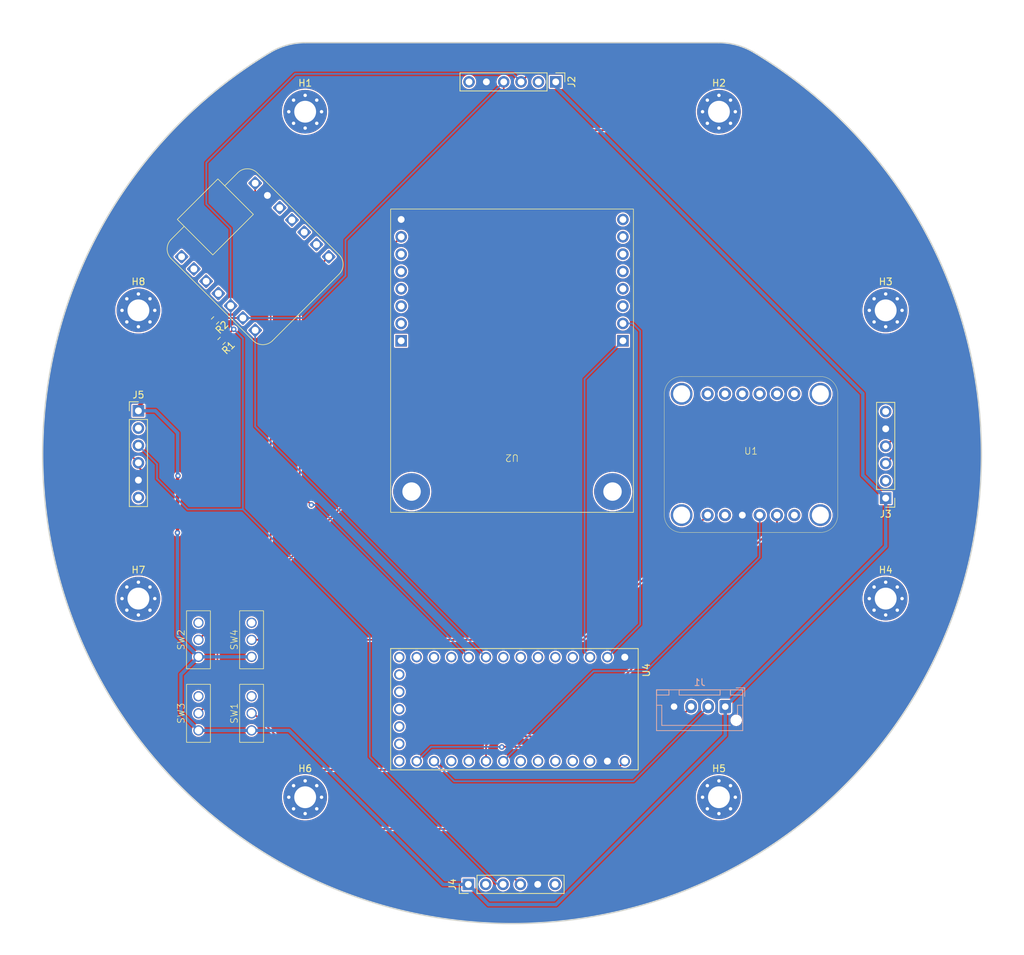
<source format=kicad_pcb>
(kicad_pcb (version 20240108) (generator "pcbnew") (generator_version "8.0")
  (layers (0 "F.Cu" signal) (31 "B.Cu" signal) (34 "B.Paste" user) (35 "F.Paste" user) (36 "B.SilkS" user "B.Silkscreen") (37 "F.SilkS" user "F.Silkscreen") (38 "B.Mask" user) (39 "F.Mask" user) (44 "Edge.Cuts" user))
  (net 0 "")
  (net 1 "/RXL2")
  (net 2 "GND")
  (net 3 "+5V")
  (net 4 "/TXL2")
  (net 5 "SCLToF")
  (net 6 "/TeensySwitch")
  (net 11 "/CompassSwitch")
  (net 12 "/SCLComp")
  (net 16 "/SDAComp")
  (net 20 "/RXCam")
  (net 22 "/TXCam")
  (net 23 "/CameraSwitch")
  (net 34 "/ESPSwitch")
  (net 36 "/TXToF")
  (net 39 "/RXToF")
  (net 142 "SDAToF")
  (footprint "Camera:OpenMV" (layer "F.Cu") (at 105 96.602548 180)
    (property "Reference" "U2" (at 0 -0.5 180) (layer "F.SilkS") (effects (font (thickness 0.1))))
    (property "Value" "~")
    (fp_rect (start -17.78 -8.485) (end 17.78 35.965) (stroke (width 0.1)) (fill none) (layer "F.SilkS"))
    (pad "" thru_hole circle (at -14.717 -5.437 180) (size 5.4 5.4) (drill 2.7) (layers "*.Cu" "*.Mask"))
    (pad "" thru_hole circle (at 14.717 -5.437 180) (size 5.4 5.4) (drill 2.7) (layers "*.Cu" "*.Mask"))
    (pad "1" thru_hole rect (at -16.239 16.661 180) (size 1.7 1.7) (drill 1) (layers "*.Cu" "*.Mask") (net 22 "/TXCam"))
    (pad "2" thru_hole oval (at -16.239 19.201 180) (size 1.7 1.7) (drill 1) (layers "*.Cu" "*.Mask") (net 20 "/RXCam"))
    (pad "3" thru_hole oval (at -16.239 21.741 180) (size 1.7 1.7) (drill 1) (layers "*.Cu" "*.Mask"))
    (pad "4" thru_hole oval (at -16.239 24.281 180) (size 1.7 1.7) (drill 1) (layers "*.Cu" "*.Mask"))
    (pad "5" thru_hole oval (at -16.239 26.821 180) (size 1.7 1.7) (drill 1) (layers "*.Cu" "*.Mask"))
    (pad "6" thru_hole oval (at -16.239 29.361 180) (size 1.7 1.7) (drill 1) (layers "*.Cu" "*.Mask"))
    (pad "7" thru_hole oval (at -16.239 31.901 180) (size 1.7 1.7) (drill 1) (layers "*.Cu" "*.Mask"))
    (pad "8" thru_hole oval (at -16.239 34.441 180) (size 1.7 1.7) (drill 1) (layers "*.Cu" "*.Mask"))
    (pad "9" thru_hole rect (at 16.239 16.661 180) (size 1.7 1.7) (drill 1) (layers "*.Cu" "*.Mask"))
    (pad "10" thru_hole oval (at 16.239 19.201 180) (size 1.7 1.7) (drill 1) (layers "*.Cu" "*.Mask"))
    (pad "11" thru_hole oval (at 16.239 21.741 180) (size 1.7 1.7) (drill 1) (layers "*.Cu" "*.Mask"))
    (pad "12" thru_hole oval (at 16.239 24.281 180) (size 1.7 1.7) (drill 1) (layers "*.Cu" "*.Mask"))
    (pad "13" thru_hole oval (at 16.239 26.821 180) (size 1.7 1.7) (drill 1) (layers "*.Cu" "*.Mask"))
    (pad "14" thru_hole oval (at 16.239 29.361 180) (size 1.7 1.7) (drill 1) (layers "*.Cu" "*.Mask"))
    (pad "15" thru_hole oval (at 16.239 31.901 180) (size 1.7 1.7) (drill 1) (layers "*.Cu" "*.Mask") (net 23 "/CameraSwitch"))
    (pad "16" thru_hole oval (at 16.239 34.441 180) (size 1.7 1.7) (drill 1) (layers "*.Cu" "*.Mask") (net 2 "GND"))
  )
  (footprint "MountingHole:MountingHole_3.2mm_M3_Pad_Via" (layer "F.Cu") (at 50.272 75.482548)
    (property "Reference" "H8" (at 0 -4.2 0) (layer "F.SilkS"))
    (property "Value" "MountingHole_Pad")
    (pad "1" thru_hole circle (at -2.4 0) (size 0.8 0.8) (drill 0.5) (layers "*.Cu" "*.Mask"))
    (pad "1" thru_hole circle (at -1.697056 -1.697056) (size 0.8 0.8) (drill 0.5) (layers "*.Cu" "*.Mask"))
    (pad "1" thru_hole circle (at -1.697056 1.697056) (size 0.8 0.8) (drill 0.5) (layers "*.Cu" "*.Mask"))
    (pad "1" thru_hole circle (at 0 -2.4) (size 0.8 0.8) (drill 0.5) (layers "*.Cu" "*.Mask"))
    (pad "1" thru_hole circle (at 0 0) (size 6.4 6.4) (drill 3.2) (layers "*.Cu" "*.Mask"))
    (pad "1" thru_hole circle (at 0 2.4) (size 0.8 0.8) (drill 0.5) (layers "*.Cu" "*.Mask"))
    (pad "1" thru_hole circle (at 1.697056 -1.697056) (size 0.8 0.8) (drill 0.5) (layers "*.Cu" "*.Mask"))
    (pad "1" thru_hole circle (at 1.697056 1.697056) (size 0.8 0.8) (drill 0.5) (layers "*.Cu" "*.Mask"))
    (pad "1" thru_hole circle (at 2.4 0) (size 0.8 0.8) (drill 0.5) (layers "*.Cu" "*.Mask"))
  )
  (footprint "Resistor_SMD:R_0603_1608Metric_Pad0.98x0.95mm_HandSolder" (layer "F.Cu") (at 62.45 79.97 -135)
    (property "Reference" "R1" (at 0 -1.43 45) (layer "F.SilkS"))
    (property "Value" "1k")
    (fp_line (start -0.254724 0.5225) (end 0.254724 0.5225) (stroke (width 0.12)) (layer "F.SilkS"))
    (fp_line (start -0.254724 -0.5225) (end 0.254724 -0.5225) (stroke (width 0.12)) (layer "F.SilkS"))
    (pad "1" smd roundrect (at -0.9125 0 225) (size 0.975 0.95) (layers "F.Cu" "F.Paste" "F.Mask") (net 142 "SDAToF"))
    (pad "2" smd roundrect (at 0.9125 0 225) (size 0.975 0.95) (layers "F.Cu" "F.Paste" "F.Mask") (net 3 "+5V"))
  )
  (footprint "Button_Switch_THT:SS12D00G3-2.5mm" (layer "F.Cu") (at 59.07 123.76 90)
    (property "Reference" "SW2" (at 0 -2.54 90) (layer "F.SilkS") (effects (font (thickness 0.1))))
    (property "Value" "SW_SPDT")
    (fp_rect (start -4.25 -1.75) (end 4.25 1.75) (stroke (width 0.1)) (fill none) (layer "F.SilkS"))
    (pad "1" thru_hole circle (at -2.5 0 90) (size 1.5 1.5) (drill 1.1) (layers "*.Cu" "*.Mask") (net 3 "+5V"))
    (pad "2" thru_hole circle (at 0 0 90) (size 1.5 1.5) (drill 1.1) (layers "*.Cu" "*.Mask") (net 34 "/ESPSwitch"))
    (pad "3" thru_hole circle (at 2.5 0 90) (size 1.5 1.5) (drill 1.1) (layers "*.Cu" "*.Mask"))
  )
  (footprint "MountingHole:MountingHole_3.2mm_M3_Pad_Via" (layer "F.Cu") (at 159.728 117.722548)
    (property "Reference" "H4" (at 0 -4.2 0) (layer "F.SilkS"))
    (property "Value" "MountingHole_Pad")
    (pad "1" thru_hole circle (at -2.4 0) (size 0.8 0.8) (drill 0.5) (layers "*.Cu" "*.Mask"))
    (pad "1" thru_hole circle (at -1.697056 -1.697056) (size 0.8 0.8) (drill 0.5) (layers "*.Cu" "*.Mask"))
    (pad "1" thru_hole circle (at -1.697056 1.697056) (size 0.8 0.8) (drill 0.5) (layers "*.Cu" "*.Mask"))
    (pad "1" thru_hole circle (at 0 -2.4) (size 0.8 0.8) (drill 0.5) (layers "*.Cu" "*.Mask"))
    (pad "1" thru_hole circle (at 0 0) (size 6.4 6.4) (drill 3.2) (layers "*.Cu" "*.Mask"))
    (pad "1" thru_hole circle (at 0 2.4) (size 0.8 0.8) (drill 0.5) (layers "*.Cu" "*.Mask"))
    (pad "1" thru_hole circle (at 1.697056 -1.697056) (size 0.8 0.8) (drill 0.5) (layers "*.Cu" "*.Mask"))
    (pad "1" thru_hole circle (at 1.697056 1.697056) (size 0.8 0.8) (drill 0.5) (layers "*.Cu" "*.Mask"))
    (pad "1" thru_hole circle (at 2.4 0) (size 0.8 0.8) (drill 0.5) (layers "*.Cu" "*.Mask"))
  )
  (footprint "Connector_PinHeader_2.54mm:PinHeader_1x06_P2.54mm_Vertical" (layer "F.Cu") (at 111.4 41.999548 -90)
    (property "Reference" "J2" (at 0 -2.33 90) (layer "F.SilkS"))
    (property "Value" "Conn_01x06")
    (fp_line (start -1.33 14.03) (end 1.33 14.03) (stroke (width 0.12)) (layer "F.SilkS"))
    (fp_line (start -1.33 1.27) (end -1.33 14.03) (stroke (width 0.12)) (layer "F.SilkS"))
    (fp_line (start -1.33 1.27) (end 1.33 1.27) (stroke (width 0.12)) (layer "F.SilkS"))
    (fp_line (start 1.33 1.27) (end 1.33 14.03) (stroke (width 0.12)) (layer "F.SilkS"))
    (fp_line (start -1.33 0) (end -1.33 -1.33) (stroke (width 0.12)) (layer "F.SilkS"))
    (fp_line (start -1.33 -1.33) (end 0 -1.33) (stroke (width 0.12)) (layer "F.SilkS"))
    (pad "1" thru_hole rect (at 0 0 270) (size 1.7 1.7) (drill 1) (layers "*.Cu" "*.Mask") (net 3 "+5V"))
    (pad "2" thru_hole oval (at 0 2.54 270) (size 1.7 1.7) (drill 1) (layers "*.Cu" "*.Mask"))
    (pad "3" thru_hole oval (at 0 5.08 270) (size 1.7 1.7) (drill 1) (layers "*.Cu" "*.Mask") (net 142 "SDAToF"))
    (pad "4" thru_hole oval (at 0 7.62 270) (size 1.7 1.7) (drill 1) (layers "*.Cu" "*.Mask") (net 5 "SCLToF"))
    (pad "5" thru_hole oval (at 0 10.16 270) (size 1.7 1.7) (drill 1) (layers "*.Cu" "*.Mask") (net 2 "GND"))
    (pad "6" thru_hole oval (at 0 12.7 270) (size 1.7 1.7) (drill 1) (layers "*.Cu" "*.Mask"))
  )
  (footprint "Board:MODULE_DEV-15583" (layer "F.Cu") (at 105 133.93 -90)
    (property "Reference" "U4" (at -5.715 -19.685 90) (layer "F.SilkS"))
    (property "Value" "DEV-15583")
    (fp_line (start -8.89 17.78) (end -8.89 -18.48) (stroke (width 0.127)) (layer "F.SilkS"))
    (fp_line (start 8.89 17.78) (end -8.89 17.78) (stroke (width 0.127)) (layer "F.SilkS"))
    (fp_line (start -8.89 -18.48) (end 8.89 -18.48) (stroke (width 0.127)) (layer "F.SilkS"))
    (fp_line (start 8.89 -18.48) (end 8.89 17.78) (stroke (width 0.127)) (layer "F.SilkS"))
    (pad "0" thru_hole circle (at -7.62 -13.97 270) (size 1.53 1.53) (drill 1.02) (layers "*.Cu" "*.Mask") (net 20 "/RXCam"))
    (pad "1" thru_hole circle (at -7.62 -11.43 270) (size 1.53 1.53) (drill 1.02) (layers "*.Cu" "*.Mask") (net 22 "/TXCam"))
    (pad "2" thru_hole circle (at -7.62 -8.89 270) (size 1.53 1.53) (drill 1.02) (layers "*.Cu" "*.Mask"))
    (pad "3" thru_hole circle (at -7.62 -6.35 270) (size 1.53 1.53) (drill 1.02) (layers "*.Cu" "*.Mask"))
    (pad "3.3V_1" thru_hole circle (at -2.54 16.51 270) (size 1.53 1.53) (drill 1.02) (layers "*.Cu" "*.Mask"))
    (pad "3.3V_2" thru_hole circle (at 7.62 -11.43 270) (size 1.53 1.53) (drill 1.02) (layers "*.Cu" "*.Mask"))
    (pad "4" thru_hole circle (at -7.62 -3.81 270) (size 1.53 1.53) (drill 1.02) (layers "*.Cu" "*.Mask"))
    (pad "5" thru_hole circle (at -7.62 -1.27 270) (size 1.53 1.53) (drill 1.02) (layers "*.Cu" "*.Mask"))
    (pad "6" thru_hole circle (at -7.62 1.27 270) (size 1.53 1.53) (drill 1.02) (layers "*.Cu" "*.Mask"))
    (pad "7" thru_hole circle (at -7.62 3.81 270) (size 1.53 1.53) (drill 1.02) (layers "*.Cu" "*.Mask") (net 36 "/TXToF"))
    (pad "8" thru_hole circle (at -7.62 6.35 270) (size 1.53 1.53) (drill 1.02) (layers "*.Cu" "*.Mask") (net 39 "/RXToF"))
    (pad "9" thru_hole circle (at -7.62 8.89 270) (size 1.53 1.53) (drill 1.02) (layers "*.Cu" "*.Mask"))
    (pad "10" thru_hole circle (at -7.62 11.43 270) (size 1.53 1.53) (drill 1.02) (layers "*.Cu" "*.Mask"))
    (pad "11" thru_hole circle (at -7.62 13.97 270) (size 1.53 1.53) (drill 1.02) (layers "*.Cu" "*.Mask"))
    (pad "12" thru_hole circle (at -7.62 16.51 270) (size 1.53 1.53) (drill 1.02) (layers "*.Cu" "*.Mask"))
    (pad "13" thru_hole circle (at 7.62 16.51 270) (size 1.53 1.53) (drill 1.02) (layers "*.Cu" "*.Mask"))
    (pad "14" thru_hole circle (at 7.62 13.97 270) (size 1.53 1.53) (drill 1.02) (layers "*.Cu" "*.Mask") (net 4 "/TXL2"))
    (pad "15" thru_hole circle (at 7.62 11.43 270) (size 1.53 1.53) (drill 1.02) (layers "*.Cu" "*.Mask") (net 1 "/RXL2"))
    (pad "16" thru_hole circle (at 7.62 8.89 270) (size 1.53 1.53) (drill 1.02) (layers "*.Cu" "*.Mask"))
    (pad "17" thru_hole circle (at 7.62 6.35 270) (size 1.53 1.53) (drill 1.02) (layers "*.Cu" "*.Mask"))
    (pad "18" thru_hole circle (at 7.62 3.81 270) (size 1.53 1.53) (drill 1.02) (layers "*.Cu" "*.Mask") (net 16 "/SDAComp"))
    (pad "19" thru_hole circle (at 7.62 1.27 270) (size 1.53 1.53) (drill 1.02) (layers "*.Cu" "*.Mask") (net 12 "/SCLComp"))
    (pad "20" thru_hole circle (at 7.62 -1.27 270) (size 1.53 1.53) (drill 1.02) (layers "*.Cu" "*.Mask"))
    (pad "21" thru_hole circle (at 7.62 -3.81 270) (size 1.53 1.53) (drill 1.02) (layers "*.Cu" "*.Mask"))
    (pad "22" thru_hole circle (at 7.62 -6.35 270) (size 1.53 1.53) (drill 1.02) (layers "*.Cu" "*.Mask"))
    (pad "23" thru_hole circle (at 7.62 -8.89 270) (size 1.53 1.53) (drill 1.02) (layers "*.Cu" "*.Mask"))
    (pad "G1" thru_hole circle (at -7.62 -16.51 270) (size 1.53 1.53) (drill 1.02) (layers "*.Cu" "*.Mask") (net 2 "GND"))
    (pad "G2" thru_hole circle (at 0 16.51 270) (size 1.53 1.53) (drill 1.02) (layers "*.Cu" "*.Mask"))
    (pad "G3" thru_hole circle (at 7.62 -13.97 270) (size 1.53 1.53) (drill 1.02) (layers "*.Cu" "*.Mask") (net 2 "GND"))
    (pad "ON-OFF" thru_hole circle (at 5.08 16.51 270) (size 1.53 1.53) (drill 1.02) (layers "*.Cu" "*.Mask"))
    (pad "PGM" thru_hole circle (at 2.54 16.51 270) (size 1.53 1.53) (drill 1.02) (layers "*.Cu" "*.Mask"))
    (pad "VBAT" thru_hole circle (at -5.08 16.51 270) (size 1.53 1.53) (drill 1.02) (layers "*.Cu" "*.Mask"))
    (pad "VIN" thru_hole circle (at 7.62 -16.51 270) (size 1.53 1.53) (drill 1.02) (layers "*.Cu" "*.Mask") (net 6 "/TeensySwitch"))
  )
  (footprint "Button_Switch_THT:SS12D00G3-2.5mm" (layer "F.Cu") (at 66.85 123.76 90)
    (property "Reference" "SW4" (at 0 -2.54 90) (layer "F.SilkS") (effects (font (thickness 0.1))))
    (property "Value" "SW_SPDT")
    (fp_rect (start -4.25 -1.75) (end 4.25 1.75) (stroke (width 0.1)) (fill none) (layer "F.SilkS"))
    (pad "1" thru_hole circle (at -2.5 0 90) (size 1.5 1.5) (drill 1.1) (layers "*.Cu" "*.Mask") (net 3 "+5V"))
    (pad "2" thru_hole circle (at 0 0 90) (size 1.5 1.5) (drill 1.1) (layers "*.Cu" "*.Mask") (net 11 "/CompassSwitch"))
    (pad "3" thru_hole circle (at 2.5 0 90) (size 1.5 1.5) (drill 1.1) (layers "*.Cu" "*.Mask"))
  )
  (footprint "Button_Switch_THT:SS12D00G3-2.5mm" (layer "F.Cu") (at 59.07 134.54 90)
    (property "Reference" "SW3" (at 0 -2.54 90) (layer "F.SilkS") (effects (font (thickness 0.1))))
    (property "Value" "SW_SPDT")
    (fp_rect (start -4.25 -1.75) (end 4.25 1.75) (stroke (width 0.1)) (fill none) (layer "F.SilkS"))
    (pad "1" thru_hole circle (at -2.5 0 90) (size 1.5 1.5) (drill 1.1) (layers "*.Cu" "*.Mask") (net 3 "+5V"))
    (pad "2" thru_hole circle (at 0 0 90) (size 1.5 1.5) (drill 1.1) (layers "*.Cu" "*.Mask") (net 23 "/CameraSwitch"))
    (pad "3" thru_hole circle (at 2.5 0 90) (size 1.5 1.5) (drill 1.1) (layers "*.Cu" "*.Mask"))
  )
  (footprint "MountingHole:MountingHole_3.2mm_M3_Pad_Via" (layer "F.Cu") (at 135.303 146.832548)
    (property "Reference" "H5" (at 0 -4.2 0) (layer "F.SilkS"))
    (property "Value" "MountingHole_Pad")
    (pad "1" thru_hole circle (at -2.4 0) (size 0.8 0.8) (drill 0.5) (layers "*.Cu" "*.Mask"))
    (pad "1" thru_hole circle (at -1.697056 -1.697056) (size 0.8 0.8) (drill 0.5) (layers "*.Cu" "*.Mask"))
    (pad "1" thru_hole circle (at -1.697056 1.697056) (size 0.8 0.8) (drill 0.5) (layers "*.Cu" "*.Mask"))
    (pad "1" thru_hole circle (at 0 -2.4) (size 0.8 0.8) (drill 0.5) (layers "*.Cu" "*.Mask"))
    (pad "1" thru_hole circle (at 0 0) (size 6.4 6.4) (drill 3.2) (layers "*.Cu" "*.Mask"))
    (pad "1" thru_hole circle (at 0 2.4) (size 0.8 0.8) (drill 0.5) (layers "*.Cu" "*.Mask"))
    (pad "1" thru_hole circle (at 1.697056 -1.697056) (size 0.8 0.8) (drill 0.5) (layers "*.Cu" "*.Mask"))
    (pad "1" thru_hole circle (at 1.697056 1.697056) (size 0.8 0.8) (drill 0.5) (layers "*.Cu" "*.Mask"))
    (pad "1" thru_hole circle (at 2.4 0) (size 0.8 0.8) (drill 0.5) (layers "*.Cu" "*.Mask"))
  )
  (footprint "MountingHole:MountingHole_3.2mm_M3_Pad_Via" (layer "F.Cu") (at 50.272 117.722548)
    (property "Reference" "H7" (at 0 -4.2 0) (layer "F.SilkS"))
    (property "Value" "MountingHole_Pad")
    (pad "1" thru_hole circle (at -2.4 0) (size 0.8 0.8) (drill 0.5) (layers "*.Cu" "*.Mask"))
    (pad "1" thru_hole circle (at -1.697056 -1.697056) (size 0.8 0.8) (drill 0.5) (layers "*.Cu" "*.Mask"))
    (pad "1" thru_hole circle (at -1.697056 1.697056) (size 0.8 0.8) (drill 0.5) (layers "*.Cu" "*.Mask"))
    (pad "1" thru_hole circle (at 0 -2.4) (size 0.8 0.8) (drill 0.5) (layers "*.Cu" "*.Mask"))
    (pad "1" thru_hole circle (at 0 0) (size 6.4 6.4) (drill 3.2) (layers "*.Cu" "*.Mask"))
    (pad "1" thru_hole circle (at 0 2.4) (size 0.8 0.8) (drill 0.5) (layers "*.Cu" "*.Mask"))
    (pad "1" thru_hole circle (at 1.697056 -1.697056) (size 0.8 0.8) (drill 0.5) (layers "*.Cu" "*.Mask"))
    (pad "1" thru_hole circle (at 1.697056 1.697056) (size 0.8 0.8) (drill 0.5) (layers "*.Cu" "*.Mask"))
    (pad "1" thru_hole circle (at 2.4 0) (size 0.8 0.8) (drill 0.5) (layers "*.Cu" "*.Mask"))
  )
  (footprint "MountingHole:MountingHole_3.2mm_M3_Pad_Via" (layer "F.Cu") (at 159.728 75.482548)
    (property "Reference" "H3" (at 0 -4.2 0) (layer "F.SilkS"))
    (property "Value" "MountingHole_Pad")
    (pad "1" thru_hole circle (at -2.4 0) (size 0.8 0.8) (drill 0.5) (layers "*.Cu" "*.Mask"))
    (pad "1" thru_hole circle (at -1.697056 -1.697056) (size 0.8 0.8) (drill 0.5) (layers "*.Cu" "*.Mask"))
    (pad "1" thru_hole circle (at -1.697056 1.697056) (size 0.8 0.8) (drill 0.5) (layers "*.Cu" "*.Mask"))
    (pad "1" thru_hole circle (at 0 -2.4) (size 0.8 0.8) (drill 0.5) (layers "*.Cu" "*.Mask"))
    (pad "1" thru_hole circle (at 0 0) (size 6.4 6.4) (drill 3.2) (layers "*.Cu" "*.Mask"))
    (pad "1" thru_hole circle (at 0 2.4) (size 0.8 0.8) (drill 0.5) (layers "*.Cu" "*.Mask"))
    (pad "1" thru_hole circle (at 1.697056 -1.697056) (size 0.8 0.8) (drill 0.5) (layers "*.Cu" "*.Mask"))
    (pad "1" thru_hole circle (at 1.697056 1.697056) (size 0.8 0.8) (drill 0.5) (layers "*.Cu" "*.Mask"))
    (pad "1" thru_hole circle (at 2.4 0) (size 0.8 0.8) (drill 0.5) (layers "*.Cu" "*.Mask"))
  )
  (footprint "Button_Switch_THT:SS12D00G3-2.5mm" (layer "F.Cu") (at 66.85 134.54 90)
    (property "Reference" "SW1" (at 0 -2.54 90) (layer "F.SilkS") (effects (font (thickness 0.1))))
    (property "Value" "SW_SPDT")
    (fp_rect (start -4.25 -1.75) (end 4.25 1.75) (stroke (width 0.1)) (fill none) (layer "F.SilkS"))
    (pad "1" thru_hole circle (at -2.5 0 90) (size 1.5 1.5) (drill 1.1) (layers "*.Cu" "*.Mask") (net 3 "+5V"))
    (pad "2" thru_hole circle (at 0 0 90) (size 1.5 1.5) (drill 1.1) (layers "*.Cu" "*.Mask") (net 6 "/TeensySwitch"))
    (pad "3" thru_hole circle (at 2.5 0 90) (size 1.5 1.5) (drill 1.1) (layers "*.Cu" "*.Mask"))
  )
  (footprint "Board:xiao-esp32c3" (layer "F.Cu") (at 67.373693 67.62 45)
    (property "Reference" "U3" (hide yes))
    (property "Value" "~" (hide yes))
    (fp_line (start -6.9 -10.5) (end -4.2 -10.5) (stroke (width 0.1)) (layer "F.SilkS"))
    (fp_line (start -8.9 -8.5) (end -8.9 8.5) (stroke (width 0.1)) (layer "F.SilkS"))
    (fp_line (start 4.2 -10.5) (end 6.9 -10.5) (stroke (width 0.1)) (layer "F.SilkS"))
    (fp_line (start -6.9 10.5) (end 6.9 10.5) (stroke (width 0.1)) (layer "F.SilkS"))
    (fp_line (start 8.9 8.5) (end 8.9 -8.5) (stroke (width 0.1)) (layer "F.SilkS"))
    (fp_arc (start -8.9 -8.5) (mid -8.314214 -9.914214) (end -6.9 -10.5) (stroke (width 0.1)) (layer "F.SilkS"))
    (fp_arc (start 6.9 -10.5) (mid 8.314213 -9.914213) (end 8.9 -8.5) (stroke (width 0.1)) (layer "F.SilkS"))
    (fp_arc (start -6.9 10.5) (mid -8.314212 9.914212) (end -8.9 8.5) (stroke (width 0.1)) (layer "F.SilkS"))
    (fp_arc (start 8.9 8.5) (mid 8.314214 9.914214) (end 6.9 10.5) (stroke (width 0.1)) (layer "F.SilkS"))
    (fp_poly (pts (xy -8.887715 -8.561705) (xy -8.884667 -8.610473) (xy -8.880604 -8.659494)) (stroke (width 0.0254)) (fill none) (layer "F.SilkS"))
    (fp_poly (pts (xy -4.2 -11.92403) (xy 4.2 -11.92403) (xy 4.2 -4.57073) (xy -4.2 -4.57073)) (stroke (width 0.1)) (fill none) (layer "F.SilkS"))
    (fp_poly (pts (xy 8.889492 8.521574) (xy 8.887713 8.57085) (xy 8.884665 8.619618) (xy 8.880601 8.668639) (xy 8.875268 8.717407) (xy 8.868664 8.766175) (xy 8.861044 8.81469) (xy 8.852152 8.86295) (xy 8.842248 8.910955)) (stroke (width 0.0254)) (fill none) (layer "F.SilkS"))
    (pad "0" thru_hole roundrect (at -7.62 -7.62 225) (size 1.5 1.5) (drill 1) (layers "*.Cu" "*.Mask") (roundrect_rratio 0.1))
    (pad "1" thru_hole roundrect (at -7.62 -5.08 225) (size 1.5 1.5) (drill 1) (layers "*.Cu" "*.Mask") (roundrect_rratio 0.1))
    (pad "2" thru_hole roundrect (at -7.62 -2.54 225) (size 1.5 1.5) (drill 1) (layers "*.Cu" "*.Mask") (roundrect_rratio 0.1))
    (pad "3" thru_hole roundrect (at -7.62 0 225) (size 1.5 1.5) (drill 1) (layers "*.Cu" "*.Mask") (roundrect_rratio 0.1))
    (pad "4" thru_hole roundrect (at -7.62 2.54 225) (size 1.5 1.5) (drill 1) (layers "*.Cu" "*.Mask") (roundrect_rratio 0.1) (net 142 "SDAToF"))
    (pad "5" thru_hole roundrect (at -7.62 5.08 225) (size 1.5 1.5) (drill 1) (layers "*.Cu" "*.Mask") (roundrect_rratio 0.1) (net 5 "SCLToF"))
    (pad "6" thru_hole roundrect (at -7.62 7.62 225) (size 1.5 1.5) (drill 1) (layers "*.Cu" "*.Mask") (roundrect_rratio 0.1) (net 36 "/TXToF"))
    (pad "7" thru_hole roundrect (at 7.62 7.62 45) (size 1.5 1.5) (drill 1) (layers "*.Cu" "*.Mask") (roundrect_rratio 0.1) (net 39 "/RXToF"))
    (pad "8" thru_hole roundrect (at 7.62 5.08 45) (size 1.5 1.5) (drill 1) (layers "*.Cu" "*.Mask") (roundrect_rratio 0.1))
    (pad "9" thru_hole roundrect (at 7.62 2.54 45) (size 1.5 1.5) (drill 1) (layers "*.Cu" "*.Mask") (roundrect_rratio 0.1))
    (pad "10" thru_hole roundrect (at 7.62 0 45) (size 1.5 1.5) (drill 1) (layers "*.Cu" "*.Mask") (roundrect_rratio 0.1))
    (pad "11" thru_hole roundrect (at 7.62 -2.54 45) (size 1.5 1.5) (drill 1) (layers "*.Cu" "*.Mask") (roundrect_rratio 0.1))
    (pad "12" thru_hole roundrect (at 7.62 -5.08 45) (size 1.5 1.5) (drill 1) (layers "*.Cu" "*.Mask") (roundrect_rratio 0.1) (net 2 "GND"))
    (pad "13" thru_hole roundrect (at 7.62 -7.62 45) (size 1.5 1.5) (drill 1) (layers "*.Cu" "*.Mask") (roundrect_rratio 0.1) (net 34 "/ESPSwitch"))
  )
  (footprint "Connector_PinHeader_2.54mm:PinHeader_1x06_P2.54mm_Vertical" (layer "F.Cu") (at 159.728431 103.002548 180)
    (property "Reference" "J3" (at 0 -2.33 0) (layer "F.SilkS"))
    (property "Value" "Conn_01x06")
    (fp_line (start 1.33 1.27) (end 1.33 14.03) (stroke (width 0.12)) (layer "F.SilkS"))
    (fp_line (start -1.33 14.03) (end 1.33 14.03) (stroke (width 0.12)) (layer "F.SilkS"))
    (fp_line (start -1.33 1.27) (end 1.33 1.27) (stroke (width 0.12)) (layer "F.SilkS"))
    (fp_line (start -1.33 1.27) (end -1.33 14.03) (stroke (width 0.12)) (layer "F.SilkS"))
    (fp_line (start -1.33 0) (end -1.33 -1.33) (stroke (width 0.12)) (layer "F.SilkS"))
    (fp_line (start -1.33 -1.33) (end 0 -1.33) (stroke (width 0.12)) (layer "F.SilkS"))
    (pad "1" thru_hole rect (at 0 0 180) (size 1.7 1.7) (drill 1) (layers "*.Cu" "*.Mask") (net 3 "+5V"))
    (pad "2" thru_hole oval (at 0 2.54 180) (size 1.7 1.7) (drill 1) (layers "*.Cu" "*.Mask"))
    (pad "3" thru_hole oval (at 0 5.08 180) (size 1.7 1.7) (drill 1) (layers "*.Cu" "*.Mask") (net 142 "SDAToF"))
    (pad "4" thru_hole oval (at 0 7.62 180) (size 1.7 1.7) (drill 1) (layers "*.Cu" "*.Mask") (net 5 "SCLToF"))
    (pad "5" thru_hole oval (at 0 10.16 180) (size 1.7 1.7) (drill 1) (layers "*.Cu" "*.Mask") (net 2 "GND"))
    (pad "6" thru_hole oval (at 0 12.7 180) (size 1.7 1.7) (drill 1) (layers "*.Cu" "*.Mask"))
  )
  (footprint "Connector_PinHeader_2.54mm:PinHeader_1x06_P2.54mm_Vertical" (layer "F.Cu") (at 50.271569 90.202548)
    (property "Reference" "J5" (at 0 -2.33 0) (layer "F.SilkS"))
    (property "Value" "Conn_01x06")
    (fp_line (start -1.33 -1.33) (end 0 -1.33) (stroke (width 0.12)) (layer "F.SilkS"))
    (fp_line (start -1.33 0) (end -1.33 -1.33) (stroke (width 0.12)) (layer "F.SilkS"))
    (fp_line (start -1.33 1.27) (end -1.33 14.03) (stroke (width 0.12)) (layer "F.SilkS"))
    (fp_line (start -1.33 1.27) (end 1.33 1.27) (stroke (width 0.12)) (layer "F.SilkS"))
    (fp_line (start -1.33 14.03) (end 1.33 14.03) (stroke (width 0.12)) (layer "F.SilkS"))
    (fp_line (start 1.33 1.27) (end 1.33 14.03) (stroke (width 0.12)) (layer "F.SilkS"))
    (pad "1" thru_hole rect (at 0 0) (size 1.7 1.7) (drill 1) (layers "*.Cu" "*.Mask") (net 3 "+5V"))
    (pad "2" thru_hole oval (at 0 2.54) (size 1.7 1.7) (drill 1) (layers "*.Cu" "*.Mask"))
    (pad "3" thru_hole oval (at 0 5.08) (size 1.7 1.7) (drill 1) (layers "*.Cu" "*.Mask") (net 142 "SDAToF"))
    (pad "4" thru_hole oval (at 0 7.62) (size 1.7 1.7) (drill 1) (layers "*.Cu" "*.Mask") (net 5 "SCLToF"))
    (pad "5" thru_hole oval (at 0 10.16) (size 1.7 1.7) (drill 1) (layers "*.Cu" "*.Mask") (net 2 "GND"))
    (pad "6" thru_hole oval (at 0 12.7) (size 1.7 1.7) (drill 1) (layers "*.Cu" "*.Mask"))
  )
  (footprint "MountingHole:MountingHole_3.2mm_M3_Pad_Via" (layer "F.Cu") (at 74.697 46.372548)
    (property "Reference" "H1" (at 0 -4.2 0) (layer "F.SilkS"))
    (property "Value" "MountingHole_Pad")
    (pad "1" thru_hole circle (at -2.4 0) (size 0.8 0.8) (drill 0.5) (layers "*.Cu" "*.Mask"))
    (pad "1" thru_hole circle (at -1.697056 -1.697056) (size 0.8 0.8) (drill 0.5) (layers "*.Cu" "*.Mask"))
    (pad "1" thru_hole circle (at -1.697056 1.697056) (size 0.8 0.8) (drill 0.5) (layers "*.Cu" "*.Mask"))
    (pad "1" thru_hole circle (at 0 -2.4) (size 0.8 0.8) (drill 0.5) (layers "*.Cu" "*.Mask"))
    (pad "1" thru_hole circle (at 0 0) (size 6.4 6.4) (drill 3.2) (layers "*.Cu" "*.Mask"))
    (pad "1" thru_hole circle (at 0 2.4) (size 0.8 0.8) (drill 0.5) (layers "*.Cu" "*.Mask"))
    (pad "1" thru_hole circle (at 1.697056 -1.697056) (size 0.8 0.8) (drill 0.5) (layers "*.Cu" "*.Mask"))
    (pad "1" thru_hole circle (at 1.697056 1.697056) (size 0.8 0.8) (drill 0.5) (layers "*.Cu" "*.Mask"))
    (pad "1" thru_hole circle (at 2.4 0) (size 0.8 0.8) (drill 0.5) (layers "*.Cu" "*.Mask"))
  )
  (footprint "MountingHole:MountingHole_3.2mm_M3_Pad_Via" (layer "F.Cu") (at 135.303 46.372548)
    (property "Reference" "H2" (at 0 -4.2 0) (layer "F.SilkS"))
    (property "Value" "MountingHole_Pad")
    (pad "1" thru_hole circle (at -2.4 0) (size 0.8 0.8) (drill 0.5) (layers "*.Cu" "*.Mask"))
    (pad "1" thru_hole circle (at -1.697056 -1.697056) (size 0.8 0.8) (drill 0.5) (layers "*.Cu" "*.Mask"))
    (pad "1" thru_hole circle (at -1.697056 1.697056) (size 0.8 0.8) (drill 0.5) (layers "*.Cu" "*.Mask"))
    (pad "1" thru_hole circle (at 0 -2.4) (size 0.8 0.8) (drill 0.5) (layers "*.Cu" "*.Mask"))
    (pad "1" thru_hole circle (at 0 0) (size 6.4 6.4) (drill 3.2) (layers "*.Cu" "*.Mask"))
    (pad "1" thru_hole circle (at 0 2.4) (size 0.8 0.8) (drill 0.5) (layers "*.Cu" "*.Mask"))
    (pad "1" thru_hole circle (at 1.697056 -1.697056) (size 0.8 0.8) (drill 0.5) (layers "*.Cu" "*.Mask"))
    (pad "1" thru_hole circle (at 1.697056 1.697056) (size 0.8 0.8) (drill 0.5) (layers "*.Cu" "*.Mask"))
    (pad "1" thru_hole circle (at 2.4 0) (size 0.8 0.8) (drill 0.5) (layers "*.Cu" "*.Mask"))
  )
  (footprint "MountingHole:MountingHole_3.2mm_M3_Pad_Via" (layer "F.Cu") (at 74.697 146.832548)
    (property "Reference" "H6" (at 0 -4.2 0) (layer "F.SilkS"))
    (property "Value" "MountingHole_Pad")
    (pad "1" thru_hole circle (at -2.4 0) (size 0.8 0.8) (drill 0.5) (layers "*.Cu" "*.Mask"))
    (pad "1" thru_hole circle (at -1.697056 -1.697056) (size 0.8 0.8) (drill 0.5) (layers "*.Cu" "*.Mask"))
    (pad "1" thru_hole circle (at -1.697056 1.697056) (size 0.8 0.8) (drill 0.5) (layers "*.Cu" "*.Mask"))
    (pad "1" thru_hole circle (at 0 -2.4) (size 0.8 0.8) (drill 0.5) (layers "*.Cu" "*.Mask"))
    (pad "1" thru_hole circle (at 0 0) (size 6.4 6.4) (drill 3.2) (layers "*.Cu" "*.Mask"))
    (pad "1" thru_hole circle (at 0 2.4) (size 0.8 0.8) (drill 0.5) (layers "*.Cu" "*.Mask"))
    (pad "1" thru_hole circle (at 1.697056 -1.697056) (size 0.8 0.8) (drill 0.5) (layers "*.Cu" "*.Mask"))
    (pad "1" thru_hole circle (at 1.697056 1.697056) (size 0.8 0.8) (drill 0.5) (layers "*.Cu" "*.Mask"))
    (pad "1" thru_hole circle (at 2.4 0) (size 0.8 0.8) (drill 0.5) (layers "*.Cu" "*.Mask"))
  )
  (footprint "Resistor_SMD:R_0603_1608Metric_Pad0.98x0.95mm_HandSolder" (layer "F.Cu") (at 61.5 76.962 -135)
    (property "Reference" "R2" (at 0 -1.43 45) (layer "F.SilkS"))
    (property "Value" "1k")
    (fp_line (start -0.254724 0.5225) (end 0.254724 0.5225) (stroke (width 0.12)) (layer "F.SilkS"))
    (fp_line (start -0.254724 -0.5225) (end 0.254724 -0.5225) (stroke (width 0.12)) (layer "F.SilkS"))
    (pad "1" smd roundrect (at -0.9125 0 225) (size 0.975 0.95) (layers "F.Cu" "F.Paste" "F.Mask") (net 5 "SCLToF"))
    (pad "2" smd roundrect (at 0.9125 0 225) (size 0.975 0.95) (layers "F.Cu" "F.Paste" "F.Mask") (net 3 "+5V"))
  )
  (footprint "Connector_PinHeader_2.54mm:PinHeader_1x06_P2.54mm_Vertical" (layer "F.Cu") (at 98.6 159.602548 90)
    (property "Reference" "J4" (at 0 -2.33 90) (layer "F.SilkS"))
    (property "Value" "Conn_01x06")
    (fp_line (start -1.33 -1.33) (end 0 -1.33) (stroke (width 0.12)) (layer "F.SilkS"))
    (fp_line (start -1.33 0) (end -1.33 -1.33) (stroke (width 0.12)) (layer "F.SilkS"))
    (fp_line (start 1.33 1.27) (end 1.33 14.03) (stroke (width 0.12)) (layer "F.SilkS"))
    (fp_line (start -1.33 1.27) (end 1.33 1.27) (stroke (width 0.12)) (layer "F.SilkS"))
    (fp_line (start -1.33 1.27) (end -1.33 14.03) (stroke (width 0.12)) (layer "F.SilkS"))
    (fp_line (start -1.33 14.03) (end 1.33 14.03) (stroke (width 0.12)) (layer "F.SilkS"))
    (pad "1" thru_hole rect (at 0 0 90) (size 1.7 1.7) (drill 1) (layers "*.Cu" "*.Mask") (net 3 "+5V"))
    (pad "2" thru_hole oval (at 0 2.54 90) (size 1.7 1.7) (drill 1) (layers "*.Cu" "*.Mask"))
    (pad "3" thru_hole oval (at 0 5.08 90) (size 1.7 1.7) (drill 1) (layers "*.Cu" "*.Mask") (net 142 "SDAToF"))
    (pad "4" thru_hole oval (at 0 7.62 90) (size 1.7 1.7) (drill 1) (layers "*.Cu" "*.Mask") (net 5 "SCLToF"))
    (pad "5" thru_hole oval (at 0 10.16 90) (size 1.7 1.7) (drill 1) (layers "*.Cu" "*.Mask") (net 2 "GND"))
    (pad "6" thru_hole oval (at 0 12.7 90) (size 1.7 1.7) (drill 1) (layers "*.Cu" "*.Mask"))
  )
  (footprint "Sensor_Motion:BNO085" (layer "F.Cu") (at 140 96.602548)
    (property "Reference" "U1" (at 0 -0.5 0) (layer "F.SilkS") (effects (font (thickness 0.1))))
    (property "Value" "~")
    (fp_line (start -12.7 -8.89) (end -12.7 8.89) (stroke (width 0.05)) (layer "F.SilkS"))
    (fp_line (start -10.16 11.43) (end 10.16 11.43) (stroke (width 0.05)) (layer "F.SilkS"))
    (fp_line (start 10.16 -11.43) (end -10.16 -11.43) (stroke (width 0.05)) (layer "F.SilkS"))
    (fp_line (start 12.7 8.89) (end 12.7 -8.89) (stroke (width 0.05)) (layer "F.SilkS"))
    (fp_arc (start -12.7 -8.89) (mid -11.956051 -10.686051) (end -10.16 -11.43) (stroke (width 0.05)) (layer "F.SilkS"))
    (fp_arc (start -10.16 11.43) (mid -11.956051 10.686051) (end -12.7 8.89) (stroke (width 0.05)) (layer "F.SilkS"))
    (fp_arc (start 10.16 -11.43) (mid 11.956051 -10.686051) (end 12.7 -8.89) (stroke (width 0.05)) (layer "F.SilkS"))
    (fp_arc (start 12.7 8.89) (mid 11.956051 10.686051) (end 10.16 11.43) (stroke (width 0.05)) (layer "F.SilkS"))
    (pad "0" thru_hole circle (at -6.35 8.89 90) (size 1.778 1.778) (drill 1) (layers "*.Cu" "*.Mask") (net 11 "/CompassSwitch"))
    (pad "1" thru_hole circle (at -3.81 8.89 90) (size 1.778 1.778) (drill 1) (layers "*.Cu" "*.Mask"))
    (pad "2" thru_hole circle (at -1.27 8.89 90) (size 1.778 1.778) (drill 1) (layers "*.Cu" "*.Mask") (net 2 "GND"))
    (pad "3" thru_hole circle (at 1.27 8.89 90) (size 1.778 1.778) (drill 1) (layers "*.Cu" "*.Mask") (net 12 "/SCLComp"))
    (pad "4" thru_hole circle (at 3.81 8.89 90) (size 1.778 1.778) (drill 1) (layers "*.Cu" "*.Mask") (net 16 "/SDAComp"))
    (pad "5" thru_hole circle (at 6.35 8.89 90) (size 1.778 1.778) (drill 1) (layers "*.Cu" "*.Mask"))
    (pad "6" thru_hole circle (at 6.35 -8.89 90) (size 1.778 1.778) (drill 1) (layers "*.Cu" "*.Mask"))
    (pad "7" thru_hole circle (at 3.81 -8.89 90) (size 1.778 1.778) (drill 1) (layers "*.Cu" "*.Mask"))
    (pad "8" thru_hole circle (at 1.27 -8.89 90) (size 1.778 1.778) (drill 1) (layers "*.Cu" "*.Mask"))
    (pad "9" thru_hole circle (at -1.27 -8.89 90) (size 1.778 1.778) (drill 1) (layers "*.Cu" "*.Mask"))
    (pad "10" thru_hole circle (at -3.81 -8.89 90) (size 1.778 1.778) (drill 1) (layers "*.Cu" "*.Mask"))
    (pad "11" thru_hole circle (at -6.35 -8.89 90) (size 1.778 1.778) (drill 1) (layers "*.Cu" "*.Mask"))
    (pad "P$1" thru_hole circle (at -10.16 -8.89) (size 3.2 3.2) (drill 2.5) (layers "*.Cu" "*.Mask"))
    (pad "P$1" thru_hole circle (at -10.16 8.89) (size 3.2 3.2) (drill 2.5) (layers "*.Cu" "*.Mask"))
    (pad "P$1" thru_hole circle (at 10.16 -8.89) (size 3.2 3.2) (drill 2.5) (layers "*.Cu" "*.Mask"))
    (pad "P$1" thru_hole circle (at 10.16 8.89) (size 3.2 3.2) (drill 2.5) (layers "*.Cu" "*.Mask"))
  )
  (footprint "Connector_JST:JST_XH_B4B-XH-AM_1x04_P2.50mm_Vertical" (layer "B.Cu") (at 136.23 133.555 180)
    (property "Reference" "J1" (at 3.75 3.55 0) (layer "B.SilkS") (effects (justify mirror)))
    (property "Value" "Conn_01x04")
    (fp_line (start 10.06 2.46) (end 10.06 -3.51) (stroke (width 0.12)) (layer "B.SilkS"))
    (fp_line (start 10.06 -3.51) (end -2.56 -3.51) (stroke (width 0.12)) (layer "B.SilkS"))
    (fp_line (start 10.05 2.45) (end 10.05 1.7) (stroke (width 0.12)) (layer "B.SilkS"))
    (fp_line (start 10.05 1.7) (end 8.25 1.7) (stroke (width 0.12)) (layer "B.SilkS"))
    (fp_line (start 9.3 0.2) (end 10.05 0.2) (stroke (width 0.12)) (layer "B.SilkS"))
    (fp_line (start 9.3 -2.75) (end 9.3 0.2) (stroke (width 0.12)) (layer "B.SilkS"))
    (fp_line (start 8.25 2.45) (end 10.05 2.45) (stroke (width 0.12)) (layer "B.SilkS"))
    (fp_line (start 8.25 1.7) (end 8.25 2.45) (stroke (width 0.12)) (layer "B.SilkS"))
    (fp_line (start 6.75 2.45) (end 6.75 1.7) (stroke (width 0.12)) (layer "B.SilkS"))
    (fp_line (start 6.75 1.7) (end 0.75 1.7) (stroke (width 0.12)) (layer "B.SilkS"))
    (fp_line (start 3.75 -2.75) (end 9.3 -2.75) (stroke (width 0.12)) (layer "B.SilkS"))
    (fp_line (start 0.75 2.45) (end 6.75 2.45) (stroke (width 0.12)) (layer "B.SilkS"))
    (fp_line (start 0.75 1.7) (end 0.75 2.45) (stroke (width 0.12)) (layer "B.SilkS"))
    (fp_line (start -0.74 -2.75) (end 3.75 -2.75) (stroke (width 0.12)) (layer "B.SilkS"))
    (fp_line (start -0.75 2.45) (end -0.75 1.7) (stroke (width 0.12)) (layer "B.SilkS"))
    (fp_line (start -0.75 1.7) (end -2.55 1.7) (stroke (width 0.12)) (layer "B.SilkS"))
    (fp_line (start -1.8 0.2) (end -2.55 0.2) (stroke (width 0.12)) (layer "B.SilkS"))
    (fp_line (start -1.8 -1.14) (end -1.8 0.2) (stroke (width 0.12)) (layer "B.SilkS"))
    (fp_line (start -2.55 2.45) (end -0.75 2.45) (stroke (width 0.12)) (layer "B.SilkS"))
    (fp_line (start -2.55 1.7) (end -2.55 2.45) (stroke (width 0.12)) (layer "B.SilkS"))
    (fp_line (start -2.56 2.46) (end 10.06 2.46) (stroke (width 0.12)) (layer "B.SilkS"))
    (fp_line (start -2.56 -3.51) (end -2.56 2.46) (stroke (width 0.12)) (layer "B.SilkS"))
    (fp_line (start -2.85 2.75) (end -1.6 2.75) (stroke (width 0.12)) (layer "B.SilkS"))
    (fp_line (start -2.85 1.5) (end -2.85 2.75) (stroke (width 0.12)) (layer "B.SilkS"))
    (pad "" np_thru_hole circle (at -1.6 -2 180) (size 1.2 1.2) (drill 1.2) (layers "*.Cu" "*.Mask"))
    (pad "1" thru_hole roundrect (at 0 0 180) (size 1.7 1.95) (drill 0.95) (layers "*.Cu" "*.Mask") (roundrect_rratio 0.147059) (net 3 "+5V"))
    (pad "2" thru_hole oval (at 2.5 0 180) (size 1.7 1.95) (drill 0.95) (layers "*.Cu" "*.Mask") (net 1 "/RXL2"))
    (pad "3" thru_hole oval (at 5 0 180) (size 1.7 1.95) (drill 0.95) (layers "*.Cu" "*.Mask") (net 4 "/TXL2"))
    (pad "4" thru_hole oval (at 7.5 0 180) (size 1.7 1.95) (drill 0.95) (layers "*.Cu" "*.Mask") (net 2 "GND"))
  )
  (gr_arc (start 69.579392 37.679352) (mid 72.058146 36.613958) (end 74.7315 36.249999) (stroke (width 0.2)) (layer "Edge.Cuts"))
  (gr_line (start 135.2685 36.249999) (end 74.7315 36.249999) (stroke (width 0.2)) (layer "Edge.Cuts"))
  (gr_arc (start 140.420608 37.679352) (mid 105 165.352548) (end 69.579392 37.679352) (stroke (width 0.2)) (layer "Edge.Cuts"))
  (gr_arc (start 135.2685 36.249999) (mid 137.941853 36.613961) (end 140.420608 37.679352) (stroke (width 0.2)) (layer "Edge.Cuts"))
  (segment (start 133.73 133.555) (end 122.795 144.49) (width 0.25) (layer "B.Cu") (net 1))
  (segment (start 96.51 144.49) (end 93.57 141.55) (width 0.25) (layer "B.Cu") (net 1))
  (segment (start 122.795 144.49) (end 96.51 144.49) (width 0.25) (layer "B.Cu") (net 1))
  (segment (start 61.804765 78.557235) (end 60.854765 77.607235) (width 0.5) (layer "F.Cu") (net 3))
  (segment (start 56.01 99.78) (end 56.07 99.72) (width 0.5) (layer "F.Cu") (net 3))
  (segment (start 50.271569 90.202548) (end 50.271569 90.198431) (width 0.5) (layer "F.Cu") (net 3))
  (segment (start 50.271569 89.568431) (end 59.224765 80.615235) (width 0.5) (layer "F.Cu") (net 3))
  (segment (start 50.271569 90.202548) (end 50.271569 89.568431) (width 0.5) (layer "F.Cu") (net 3))
  (segment (start 59.224765 80.615235) (end 61.804765 80.615235) (width 0.5) (layer "F.Cu") (net 3))
  (segment (start 61.804765 80.615235) (end 61.804765 78.557235) (width 0.5) (layer "F.Cu") (net 3))
  (segment (start 55.99 108.07) (end 56.01 108.05) (width 0.5) (layer "F.Cu") (net 3))
  (segment (start 56.01 108.05) (end 56.01 99.78) (width 0.5) (layer "F.Cu") (net 3))
  (via (at 56.07 99.72) (size 0.8) (drill 0.4) (layers "F.Cu" "B.Cu") (net 3))
  (via (at 55.99 108.07) (size 0.8) (drill 0.4) (layers "F.Cu" "B.Cu") (net 3))
  (segment (start 94.902548 159.602548) (end 72.34 137.04) (width 0.5) (layer "B.Cu") (net 3))
  (segment (start 55.99 108.07) (end 55.98 108.08) (width 0.5) (layer "B.Cu") (net 3))
  (segment (start 56.02 99.67) (end 56.02 93.46) (width 0.5) (layer "B.Cu") (net 3))
  (segment (start 111.43 162.56) (end 101.557452 162.56) (width 0.5) (layer "B.Cu") (net 3))
  (segment (start 159.728431 110.056569) (end 136.23 133.555) (width 0.5) (layer "B.Cu") (net 3))
  (segment (start 50.500548 90.202548) (end 50.271569 90.202548) (width 0.5) (layer "B.Cu") (net 3))
  (segment (start 159.728431 103.002548) (end 159.728431 110.056569) (width 0.5) (layer "B.Cu") (net 3))
  (segment (start 56.5 128.83) (end 59.07 126.26) (width 0.5) (layer "B.Cu") (net 3))
  (segment (start 156.38 87.68107) (end 111.4 42.70107) (width 0.5) (layer "B.Cu") (net 3))
  (segment (start 52.762548 90.202548) (end 50.271569 90.202548) (width 0.5) (layer "B.Cu") (net 3))
  (segment (start 98.6 159.602548) (end 94.902548 159.602548) (width 0.5) (layer "B.Cu") (net 3))
  (segment (start 55.98 108.08) (end 55.98 123.17) (width 0.5) (layer "B.Cu") (net 3))
  (segment (start 59.07 137.04) (end 56.5 134.47) (width 0.5) (layer "B.Cu") (net 3))
  (segment (start 72.34 137.04) (end 66.85 137.04) (width 0.5) (layer "B.Cu") (net 3))
  (segment (start 136.23 133.555) (end 136.23 137.76) (width 0.5) (layer "B.Cu") (net 3))
  (segment (start 66.85 137.04) (end 59.07 137.04) (width 0.5) (layer "B.Cu") (net 3))
  (segment (start 136.23 137.76) (end 111.43 162.56) (width 0.5) (layer "B.Cu") (net 3))
  (segment (start 101.557452 162.56) (end 98.6 159.602548) (width 0.5) (layer "B.Cu") (net 3))
  (segment (start 156.38 99.654117) (end 156.38 87.68107) (width 0.5) (layer "B.Cu") (net 3))
  (segment (start 111.4 42.70107) (end 111.4 41.999548) (width 0.5) (layer "B.Cu") (net 3))
  (segment (start 56.07 99.72) (end 56.02 99.67) (width 0.5) (layer "B.Cu") (net 3))
  (segment (start 59.07 126.26) (end 66.85 126.26) (width 0.5) (layer "B.Cu") (net 3))
  (segment (start 159.728431 103.002548) (end 156.38 99.654117) (width 0.5) (layer "B.Cu") (net 3))
  (segment (start 55.98 123.17) (end 59.07 126.26) (width 0.5) (layer "B.Cu") (net 3))
  (segment (start 56.5 134.47) (end 56.5 128.83) (width 0.5) (layer "B.Cu") (net 3))
  (segment (start 56.02 93.46) (end 52.762548 90.202548) (width 0.5) (layer "B.Cu") (net 3))
  (segment (start 125.339 139.446) (end 131.23 133.555) (width 0.25) (layer "F.Cu") (net 4))
  (segment (start 103.529 139.446) (end 125.339 139.446) (width 0.25) (layer "F.Cu") (net 4))
  (segment (start 103.5 139.475) (end 103.529 139.446) (width 0.25) (layer "F.Cu") (net 4))
  (via (at 103.5 139.475) (size 0.8) (drill 0.4) (layers "F.Cu" "B.Cu") (net 4))
  (segment (start 103.5 139.475) (end 103.471 139.446) (width 0.25) (layer "B.Cu") (net 4))
  (segment (start 103.471 139.446) (end 93.134 139.446) (width 0.25) (layer "B.Cu") (net 4))
  (segment (start 93.134 139.446) (end 91.03 141.55) (width 0.25) (layer "B.Cu") (net 4))
  (segment (start 54.85 136.71) (end 54.85 103.02) (width 0.25) (layer "F.Cu") (net 5))
  (segment (start 47.52 88.2) (end 59.403235 76.316765) (width 0.25) (layer "F.Cu") (net 5))
  (segment (start 98.097452 151.48) (end 69.62 151.48) (width 0.25) (layer "F.Cu") (net 5))
  (segment (start 121.96 49.07) (end 109.36 49.07) (width 0.25) (layer "F.Cu") (net 5))
  (segment (start 109.36 49.07) (end 103.78 43.49) (width 0.25) (layer "F.Cu") (net 5))
  (segment (start 106.22 159.602548) (end 98.097452 151.48) (width 0.25) (layer "F.Cu") (net 5))
  (segment (start 54.85 103.02) (end 50.271569 98.441569) (width 0.25) (layer "F.Cu") (net 5))
  (segment (start 65.577642 76.600256) (end 62.428726 76.600256) (width 0.25) (layer "F.Cu") (net 5))
  (segment (start 59.403235 76.316765) (end 62.145235 76.316765) (width 0.25) (layer "F.Cu") (net 5))
  (segment (start 50.271569 98.441569) (end 50.271569 97.822548) (width 0.25) (layer "F.Cu") (net 5))
  (segment (start 65.577642 76.842358) (end 65.577642 76.600256) (width 0.25) (layer "F.Cu") (net 5))
  (segment (start 62.428726 76.600256) (end 62.145235 76.316765) (width 0.25) (layer "F.Cu") (net 5))
  (segment (start 47.52 95.070979) (end 47.52 88.2) (width 0.25) (layer "F.Cu") (net 5))
  (segment (start 69.62 151.48) (end 54.85 136.71) (width 0.25) (layer "F.Cu") (net 5))
  (segment (start 161.82 88.93) (end 121.96 49.07) (width 0.25) (layer "F.Cu") (net 5))
  (segment (start 161.82 93.290979) (end 161.82 88.93) (width 0.25) (layer "F.Cu") (net 5))
  (segment (start 159.728431 95.382548) (end 161.82 93.290979) (width 0.25) (layer "F.Cu") (net 5))
  (segment (start 103.78 43.49) (end 103.78 41.999548) (width 0.25) (layer "F.Cu") (net 5))
  (segment (start 50.271569 97.822548) (end 47.52 95.070979) (width 0.25) (layer "F.Cu") (net 5))
  (segment (start 62.145235 76.316765) (end 62.269031 76.316765) (width 0.25) (layer "F.Cu") (net 5))
  (segment (start 80.6 65.179548) (end 80.6 70.41) (width 0.25) (layer "B.Cu") (net 5))
  (segment (start 74.409744 76.600256) (end 65.577642 76.600256) (width 0.25) (layer "B.Cu") (net 5))
  (segment (start 80.6 70.41) (end 74.409744 76.600256) (width 0.25) (layer "B.Cu") (net 5))
  (segment (start 103.78 41.999548) (end 80.6 65.179548) (width 0.25) (layer "B.Cu") (net 5))
  (segment (start 67.17 134.54) (end 75.45 142.82) (width 0.25) (layer "F.Cu") (net 6))
  (segment (start 75.45 142.82) (end 120.24 142.82) (width 0.25) (layer "F.Cu") (net 6))
  (segment (start 66.85 134.54) (end 67.17 134.54) (width 0.25) (layer "F.Cu") (net 6))
  (segment (start 120.24 142.82) (end 121.51 141.55) (width 0.25) (layer "F.Cu") (net 6))
  (segment (start 66.85 123.76) (end 115.382548 123.76) (width 0.25) (layer "F.Cu") (net 11))
  (segment (start 115.382548 123.76) (end 133.65 105.492548) (width 0.25) (layer "F.Cu") (net 11))
  (segment (start 116.93 128.35) (end 124.58 128.35) (width 0.25) (layer "B.Cu") (net 12))
  (segment (start 124.58 128.35) (end 141.27 111.66) (width 0.25) (layer "B.Cu") (net 12))
  (segment (start 141.27 111.66) (end 141.27 105.492548) (width 0.25) (layer "B.Cu") (net 12))
  (segment (start 103.73 141.55) (end 116.93 128.35) (width 0.25) (layer "B.Cu") (net 12))
  (segment (start 143.81 105.492548) (end 143.81 106.749783) (width 0.25) (layer "F.Cu") (net 16))
  (segment (start 112.637783 137.922) (end 102.508 137.922) (width 0.25) (layer "F.Cu") (net 16))
  (segment (start 143.81 106.749783) (end 112.637783 137.922) (width 0.25) (layer "F.Cu") (net 16))
  (segment (start 102.508 137.922) (end 101.19 139.24) (width 0.25) (layer "F.Cu") (net 16))
  (segment (start 101.19 139.24) (end 101.19 141.55) (width 0.25) (layer "F.Cu") (net 16))
  (segment (start 122.669548 77.401548) (end 121.239 77.401548) (width 0.25) (layer "B.Cu") (net 20))
  (segment (start 118.97 126.31) (end 123.77 121.51) (width 0.25) (layer "B.Cu") (net 20))
  (segment (start 123.77 121.51) (end 123.77 78.502) (width 0.25) (layer "B.Cu") (net 20))
  (segment (start 123.77 78.502) (end 122.669548 77.401548) (width 0.25) (layer "B.Cu") (net 20))
  (segment (start 115.62 125.5) (end 115.62 85.560548) (width 0.25) (layer "B.Cu") (net 22))
  (segment (start 115.62 85.560548) (end 121.239 79.941548) (width 0.25) (layer "B.Cu") (net 22))
  (segment (start 116.43 126.31) (end 115.62 125.5) (width 0.25) (layer "B.Cu") (net 22))
  (segment (start 86.49 66.972548) (end 88.761 64.701548) (width 0.25) (layer "F.Cu") (net 23))
  (segment (start 61.85 131.76) (end 61.85 122.50028) (width 0.25) (layer "F.Cu") (net 23))
  (segment (start 86.49 97.86028) (end 86.49 66.972548) (width 0.25) (layer "F.Cu") (net 23))
  (segment (start 59.07 134.54) (end 61.85 131.76) (width 0.25) (layer "F.Cu") (net 23))
  (segment (start 61.85 122.50028) (end 86.49 97.86028) (width 0.25) (layer "F.Cu") (net 23))
  (segment (start 59.07 123.76) (end 69.639328 113.190672) (width 0.25) (layer "F.Cu") (net 34))
  (segment (start 69.639328 113.190672) (end 69.639328 64.769328) (width 0.25) (layer "F.Cu") (net 34))
  (segment (start 69.639328 64.769328) (end 67.373693 62.503693) (width 0.25) (layer "F.Cu") (net 34))
  (segment (start 67.373693 62.503693) (end 67.373693 56.843693) (width 0.25) (layer "F.Cu") (net 34))
  (segment (start 101.19 126.31) (end 67.373693 92.493693) (width 0.25) (layer "B.Cu") (net 36))
  (segment (start 67.373693 92.493693) (end 67.373693 78.396307) (width 0.25) (layer "B.Cu") (net 36))
  (segment (start 73.9 71.87) (end 73.9 94.92) (width 0.25) (layer "F.Cu") (net 39))
  (segment (start 73.9 94.92) (end 73.9 102.29) (width 0.25) (layer "F.Cu") (net 39))
  (segment (start 73.9 102.29) (end 75.6 103.99) (width 0.25) (layer "F.Cu") (net 39))
  (segment (start 78.15 67.62) (end 73.9 71.87) (width 0.25) (layer "F.Cu") (net 39))
  (via (at 75.6 103.99) (size 0.8) (drill 0.4) (layers "F.Cu" "B.Cu") (net 39))
  (segment (start 76.33 103.99) (end 98.65 126.31) (width 0.25) (layer "B.Cu") (net 39))
  (segment (start 75.6 103.99) (end 76.33 103.99) (width 0.25) (layer "B.Cu") (net 39))
  (segment (start 163.1 94.550979) (end 163.1 86.06) (width 0.25) (layer "F.Cu") (net 142))
  (segment (start 116.28 39.24) (end 109.079548 39.24) (width 0.25) (layer "F.Cu") (net 142))
  (segment (start 63.095235 79.324765) (end 64.16 78.26) (width 0.25) (layer "F.Cu") (net 142))
  (segment (start 64.16 78.26) (end 64.24 78.26) (width 0.25) (layer "F.Cu") (net 142))
  (segment (start 109.079548 39.24) (end 106.32 41.999548) (width 0.25) (layer "F.Cu") (net 142))
  (segment (start 163.1 94.550979) (end 159.728431 97.922548) (width 0.25) (layer "F.Cu") (net 142))
  (segment (start 163.1 86.06) (end 116.28 39.24) (width 0.25) (layer "F.Cu") (net 142))
  (via (at 64.24 78.26) (size 0.8) (drill 0.4) (layers "F.Cu" "B.Cu") (net 142))
  (segment (start 84.16 140.9) (end 102.862548 159.602548) (width 0.25) (layer "B.Cu") (net 142))
  (segment (start 73.225452 40.824548) (end 60.21 53.84) (width 0.25) (layer "B.Cu") (net 142))
  (segment (start 65.575284 104.648) (end 65.577642 104.645642) (width 0.25) (layer "B.Cu") (net 142))
  (segment (start 60.21 53.84) (end 60.21 59.9) (width 0.25) (layer "B.Cu") (net 142))
  (segment (start 63.781591 74.804205) (end 63.781591 77.801591) (width 0.25) (layer "B.Cu") (net 142))
  (segment (start 84.16 123.228) (end 84.16 140.9) (width 0.25) (layer "B.Cu") (net 142))
  (segment (start 106.32 41.999548) (end 105.145 40.824548) (width 0.25) (layer "B.Cu") (net 142))
  (segment (start 102.862548 159.602548) (end 103.68 159.602548) (width 0.25) (layer "B.Cu") (net 142))
  (segment (start 63.781591 77.801591) (end 64.24 78.26) (width 0.25) (layer "B.Cu") (net 142))
  (segment (start 60.21 59.9) (end 63.781591 63.471591) (width 0.25) (layer "B.Cu") (net 142))
  (segment (start 65.577642 104.645642) (end 65.577642 79.597642) (width 0.25) (layer "B.Cu") (net 142))
  (segment (start 57.492 104.648) (end 65.575284 104.648) (width 0.25) (layer "B.Cu") (net 142))
  (segment (start 84.16 123.228) (end 65.577642 104.645642) (width 0.25) (layer "B.Cu") (net 142))
  (segment (start 105.145 40.824548) (end 73.225452 40.824548) (width 0.25) (layer "B.Cu") (net 142))
  (segment (start 65.577642 79.597642) (end 64.24 78.26) (width 0.25) (layer "B.Cu") (net 142))
  (segment (start 50.271569 95.282548) (end 53 98.010979) (width 0.25) (layer "B.Cu") (net 142))
  (segment (start 53 100.156) (end 57.492 104.648) (width 0.25) (layer "B.Cu") (net 142))
  (segment (start 63.781591 63.471591) (end 63.781591 74.804205) (width 0.25) (layer "B.Cu") (net 142))
  (segment (start 53 98.010979) (end 53 100.156) (width 0.25) (layer "B.Cu") (net 142))
  (zone (net 2) (net_name "GND") (layers "F&B.Cu") (connect_pads yes (clearance 0.2)) (min_thickness 0.22) (fill yes (thermal_gap 0.5) (thermal_bridge_width 0.5) (smoothing fillet) (radius 0.2))
    (polygon (pts (xy 30 30) (xy 180 30) (xy 180 170) (xy 30 170)))
  )
)
</source>
